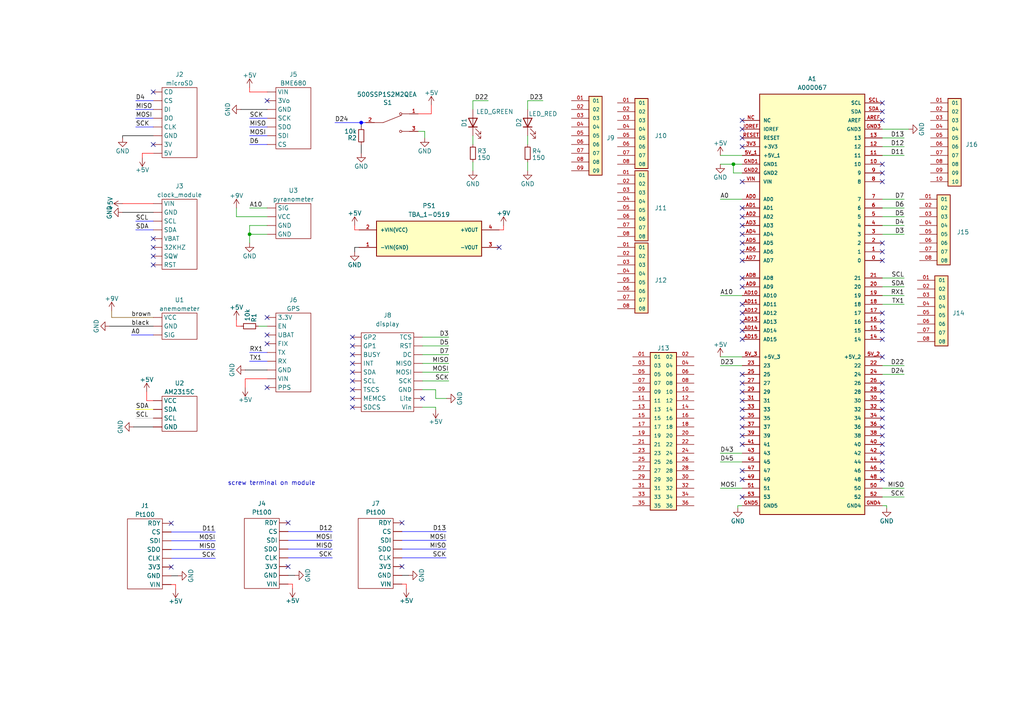
<source format=kicad_sch>
(kicad_sch (version 20230121) (generator eeschema)
  (paper "A4")
  (junction (at 72.39 67.945))
  (junction (at 212.725 47.625))
  (junction (at 104.775 35.56) (color 0 0 255 1))
  (no_connect (at 77.47 92.075))
  (no_connect (at 215.265 136.525))
  (no_connect (at 215.265 40.005))
  (no_connect (at 255.905 98.425))
  (no_connect (at 44.45 74.295))
  (no_connect (at 49.657 151.765))
  (no_connect (at 255.905 103.505))
  (no_connect (at 44.45 41.91))
  (no_connect (at 77.47 97.155))
  (no_connect (at 255.905 113.665))
  (no_connect (at 102.235 118.11))
  (no_connect (at 215.265 113.665))
  (no_connect (at 215.265 144.145))
  (no_connect (at 215.265 73.025))
  (no_connect (at 255.905 29.845))
  (no_connect (at 215.265 116.205))
  (no_connect (at 215.265 121.285))
  (no_connect (at 255.905 95.885))
  (no_connect (at 102.235 105.41))
  (no_connect (at 255.905 123.825))
  (no_connect (at 215.265 90.805))
  (no_connect (at 215.265 60.325))
  (no_connect (at 215.265 37.465))
  (no_connect (at 44.45 71.755))
  (no_connect (at 44.45 26.67))
  (no_connect (at 102.235 115.57))
  (no_connect (at 255.905 47.625))
  (no_connect (at 255.905 70.485))
  (no_connect (at 215.265 83.185))
  (no_connect (at 44.45 69.215))
  (no_connect (at 215.265 93.345))
  (no_connect (at 215.265 80.645))
  (no_connect (at 255.905 116.205))
  (no_connect (at 215.265 98.425))
  (no_connect (at 255.905 126.365))
  (no_connect (at 215.265 123.825))
  (no_connect (at 116.586 164.338))
  (no_connect (at 215.265 62.865))
  (no_connect (at 255.905 118.745))
  (no_connect (at 215.265 95.885))
  (no_connect (at 102.235 102.87))
  (no_connect (at 215.265 126.365))
  (no_connect (at 83.566 151.638))
  (no_connect (at 255.905 50.165))
  (no_connect (at 77.47 29.21))
  (no_connect (at 102.235 110.49))
  (no_connect (at 255.905 93.345))
  (no_connect (at 144.78 71.755))
  (no_connect (at 215.265 108.585))
  (no_connect (at 255.905 75.565))
  (no_connect (at 215.265 67.945))
  (no_connect (at 255.905 139.065))
  (no_connect (at 255.905 73.025))
  (no_connect (at 215.265 70.485))
  (no_connect (at 102.235 113.03))
  (no_connect (at 102.235 100.33))
  (no_connect (at 255.905 111.125))
  (no_connect (at 255.905 131.445))
  (no_connect (at 77.47 99.695))
  (no_connect (at 255.905 121.285))
  (no_connect (at 215.265 118.745))
  (no_connect (at 255.905 52.705))
  (no_connect (at 215.265 88.265))
  (no_connect (at 116.586 151.638))
  (no_connect (at 122.555 115.57))
  (no_connect (at 49.657 164.465))
  (no_connect (at 215.265 139.065))
  (no_connect (at 215.265 65.405))
  (no_connect (at 255.905 133.985))
  (no_connect (at 83.566 164.338))
  (no_connect (at 255.905 128.905))
  (no_connect (at 215.265 34.925))
  (no_connect (at 215.265 128.905))
  (no_connect (at 44.45 76.835))
  (no_connect (at 215.265 42.545))
  (no_connect (at 255.905 34.925))
  (no_connect (at 215.265 52.705))
  (no_connect (at 215.265 111.125))
  (no_connect (at 255.905 32.385))
  (no_connect (at 77.47 112.395))
  (no_connect (at 215.265 75.565))
  (no_connect (at 255.905 136.525))
  (no_connect (at 102.235 107.95))
  (no_connect (at 102.235 97.79))
  (no_connect (at 255.905 90.805))
  (wire (pts (xy 39.37 64.135) (xy 44.45 64.135)) (stroke (width 0) (color 0 0 255 1)))
  (wire (pts (xy 153.035 39.37) (xy 153.035 41.91)))
  (wire (pts (xy 116.586 166.878) (xy 118.491 166.878)) (stroke (width 0) (color 0 0 0 1)))
  (wire (pts (xy 83.566 161.798) (xy 96.393 161.798)) (stroke (width 0) (color 0 0 255 1)))
  (wire (pts (xy 255.905 146.685) (xy 257.175 146.685)))
  (wire (pts (xy 32.385 92.075) (xy 32.385 90.17)) (stroke (width 0) (color 128 77 0 1)))
  (wire (pts (xy 71.12 109.855) (xy 77.47 109.855)) (stroke (width 0) (color 255 0 0 1)))
  (wire (pts (xy 49.657 154.305) (xy 62.484 154.305)) (stroke (width 0) (color 0 0 255 1)))
  (wire (pts (xy 39.37 34.29) (xy 44.45 34.29)) (stroke (width 0) (color 0 0 255 1)))
  (wire (pts (xy 208.915 103.505) (xy 215.265 103.505)))
  (wire (pts (xy 104.775 44.45) (xy 104.775 41.91)) (stroke (width 0) (color 0 0 0 1)))
  (wire (pts (xy 77.47 67.945) (xy 72.39 67.945)))
  (wire (pts (xy 68.58 94.615) (xy 69.85 94.615)) (stroke (width 0) (color 255 0 0 1)))
  (wire (pts (xy 212.725 50.165) (xy 212.725 47.625)))
  (wire (pts (xy 42.545 113.665) (xy 42.545 116.205)) (stroke (width 0) (color 255 0 0 1)))
  (wire (pts (xy 71.12 109.855) (xy 71.12 112.395)) (stroke (width 0) (color 255 0 0 1)))
  (wire (pts (xy 72.39 67.945) (xy 72.39 70.485)))
  (wire (pts (xy 97.155 35.56) (xy 104.775 35.56)) (stroke (width 0) (color 0 0 255 1)))
  (wire (pts (xy 49.657 156.845) (xy 62.484 156.845)) (stroke (width 0) (color 0 0 255 1)))
  (wire (pts (xy 208.915 45.085) (xy 215.265 45.085)))
  (wire (pts (xy 208.915 133.985) (xy 215.265 133.985)))
  (wire (pts (xy 122.555 118.11) (xy 126.365 118.11)))
  (wire (pts (xy 68.58 62.865) (xy 68.58 60.325)))
  (wire (pts (xy 121.285 38.1) (xy 123.19 38.1)))
  (wire (pts (xy 213.995 147.32) (xy 213.995 146.685)))
  (wire (pts (xy 31.75 94.615) (xy 44.45 94.615)) (stroke (width 0) (color 0 0 0 1)))
  (wire (pts (xy 208.915 85.725) (xy 215.265 85.725)))
  (wire (pts (xy 72.39 104.775) (xy 77.47 104.775)) (stroke (width 0) (color 0 0 255 1)))
  (wire (pts (xy 121.285 33.02) (xy 125.095 33.02)) (stroke (width 0) (color 255 0 0 1)))
  (wire (pts (xy 255.905 57.785) (xy 262.255 57.785)))
  (wire (pts (xy 116.586 154.178) (xy 129.413 154.178)) (stroke (width 0) (color 0 0 255 1)))
  (wire (pts (xy 212.725 47.625) (xy 215.265 47.625)))
  (wire (pts (xy 72.39 26.67) (xy 72.39 25.4)) (stroke (width 0) (color 255 0 0 1)))
  (wire (pts (xy 84.836 169.418) (xy 83.566 169.418)) (stroke (width 0) (color 255 0 0 1)))
  (wire (pts (xy 122.555 100.33) (xy 130.175 100.33)))
  (wire (pts (xy 39.37 31.75) (xy 44.45 31.75)) (stroke (width 0) (color 0 0 255 1)))
  (wire (pts (xy 49.657 159.385) (xy 62.484 159.385)) (stroke (width 0) (color 0 0 255 1)))
  (wire (pts (xy 146.05 66.675) (xy 144.78 66.675)) (stroke (width 0) (color 255 0 0 1)))
  (wire (pts (xy 122.555 105.41) (xy 130.175 105.41)))
  (wire (pts (xy 41.275 44.45) (xy 41.275 45.72)) (stroke (width 0) (color 255 0 0 1)))
  (wire (pts (xy 102.87 66.675) (xy 104.14 66.675)) (stroke (width 0) (color 255 0 0 1)))
  (wire (pts (xy 153.035 29.21) (xy 153.035 31.75)))
  (wire (pts (xy 137.16 46.99) (xy 137.16 49.53)))
  (wire (pts (xy 74.93 94.615) (xy 77.47 94.615)))
  (wire (pts (xy 116.586 159.258) (xy 129.413 159.258)) (stroke (width 0) (color 0 0 255 1)))
  (wire (pts (xy 262.255 42.545) (xy 255.905 42.545)))
  (wire (pts (xy 126.365 115.57) (xy 129.54 115.57)))
  (wire (pts (xy 77.47 65.405) (xy 72.39 65.405)))
  (wire (pts (xy 38.1 97.155) (xy 44.45 97.155)) (stroke (width 0) (color 0 0 255 1)))
  (wire (pts (xy 125.095 33.02) (xy 125.095 30.48)) (stroke (width 0) (color 255 0 0 1)))
  (wire (pts (xy 262.255 108.585) (xy 255.905 108.585)))
  (wire (pts (xy 262.255 40.005) (xy 255.905 40.005)))
  (wire (pts (xy 208.915 47.625) (xy 212.725 47.625)))
  (wire (pts (xy 255.905 80.645) (xy 262.255 80.645)))
  (wire (pts (xy 83.566 166.878) (xy 85.471 166.878)) (stroke (width 0) (color 0 0 0 1)))
  (wire (pts (xy 255.905 62.865) (xy 262.255 62.865)))
  (wire (pts (xy 126.365 115.57) (xy 126.365 113.03)))
  (wire (pts (xy 117.856 169.418) (xy 117.856 170.688)) (stroke (width 0) (color 255 0 0 1)))
  (wire (pts (xy 50.927 169.545) (xy 50.927 170.815)) (stroke (width 0) (color 255 0 0 1)))
  (wire (pts (xy 208.915 57.785) (xy 215.265 57.785)))
  (wire (pts (xy 153.035 46.99) (xy 153.035 49.53)))
  (wire (pts (xy 213.995 146.685) (xy 215.265 146.685)))
  (wire (pts (xy 42.545 116.205) (xy 44.45 116.205)) (stroke (width 0) (color 255 0 0 1)))
  (wire (pts (xy 255.905 88.265) (xy 262.255 88.265)))
  (wire (pts (xy 69.85 31.75) (xy 77.47 31.75)) (stroke (width 0) (color 0 0 0 1)))
  (wire (pts (xy 72.39 102.235) (xy 77.47 102.235)) (stroke (width 0) (color 0 0 255 1)))
  (wire (pts (xy 137.16 29.21) (xy 137.16 31.75)))
  (wire (pts (xy 83.566 159.258) (xy 96.393 159.258)) (stroke (width 0) (color 0 0 255 1)))
  (wire (pts (xy 72.39 34.29) (xy 77.47 34.29)) (stroke (width 0) (color 0 0 255 1)))
  (wire (pts (xy 255.905 65.405) (xy 262.255 65.405)))
  (wire (pts (xy 102.87 71.755) (xy 104.14 71.755)) (stroke (width 0) (color 0 0 0 1)))
  (wire (pts (xy 39.37 121.285) (xy 44.45 121.285)) (stroke (width 0) (color 200 200 200 1)))
  (wire (pts (xy 122.555 97.79) (xy 130.175 97.79)))
  (wire (pts (xy 35.56 39.37) (xy 44.45 39.37)) (stroke (width 0) (color 0 0 0 1)))
  (wire (pts (xy 104.775 35.56) (xy 106.045 35.56)) (stroke (width 0) (color 0 0 255 1)))
  (wire (pts (xy 257.175 146.685) (xy 257.175 147.32)))
  (wire (pts (xy 38.735 123.825) (xy 44.45 123.825)) (stroke (width 0) (color 1 1 1 1)))
  (wire (pts (xy 208.915 141.605) (xy 215.265 141.605)))
  (wire (pts (xy 72.39 65.405) (xy 72.39 67.945)))
  (wire (pts (xy 255.905 85.725) (xy 262.255 85.725)))
  (wire (pts (xy 77.47 62.865) (xy 68.58 62.865)))
  (wire (pts (xy 49.657 167.005) (xy 51.562 167.005)) (stroke (width 0) (color 0 0 0 1)))
  (wire (pts (xy 72.39 39.37) (xy 77.47 39.37)) (stroke (width 0) (color 0 0 255 1)))
  (wire (pts (xy 39.37 29.21) (xy 44.45 29.21)) (stroke (width 0) (color 0 0 255 1)))
  (wire (pts (xy 35.56 61.595) (xy 44.45 61.595)) (stroke (width 0) (color 0 0 0 1)))
  (wire (pts (xy 262.255 67.945) (xy 255.905 67.945)))
  (wire (pts (xy 208.915 131.445) (xy 215.265 131.445)))
  (wire (pts (xy 126.365 113.03) (xy 122.555 113.03)))
  (wire (pts (xy 117.856 169.418) (xy 116.586 169.418)) (stroke (width 0) (color 255 0 0 1)))
  (wire (pts (xy 102.87 65.405) (xy 102.87 66.675)) (stroke (width 0) (color 255 0 0 1)))
  (wire (pts (xy 141.605 29.21) (xy 137.16 29.21)))
  (wire (pts (xy 255.905 144.145) (xy 262.255 144.145)))
  (wire (pts (xy 104.775 35.56) (xy 104.775 36.83)) (stroke (width 0) (color 0 0 0 1)))
  (wire (pts (xy 122.555 110.49) (xy 130.175 110.49)))
  (wire (pts (xy 35.56 39.37) (xy 35.56 40.005)) (stroke (width 0) (color 0 0 0 1)))
  (wire (pts (xy 83.566 154.178) (xy 96.393 154.178)) (stroke (width 0) (color 0 0 255 1)))
  (wire (pts (xy 255.905 141.605) (xy 262.255 141.605)))
  (wire (pts (xy 262.255 106.045) (xy 255.905 106.045)))
  (wire (pts (xy 68.58 94.615) (xy 68.58 92.71)) (stroke (width 0) (color 255 0 0 1)))
  (wire (pts (xy 262.255 45.085) (xy 255.905 45.085)))
  (wire (pts (xy 262.255 60.325) (xy 255.905 60.325)))
  (wire (pts (xy 208.915 106.045) (xy 215.265 106.045)))
  (wire (pts (xy 83.566 156.718) (xy 96.393 156.718)) (stroke (width 0) (color 0 0 255 1)))
  (wire (pts (xy 72.39 36.83) (xy 77.47 36.83)) (stroke (width 0) (color 0 0 255 1)))
  (wire (pts (xy 49.657 161.925) (xy 62.484 161.925)) (stroke (width 0) (color 0 0 255 1)))
  (wire (pts (xy 32.385 92.075) (xy 44.45 92.075)) (stroke (width 0) (color 128 77 0 1)))
  (wire (pts (xy 122.555 102.87) (xy 130.175 102.87)))
  (wire (pts (xy 255.905 37.465) (xy 263.525 37.465)))
  (wire (pts (xy 71.12 107.315) (xy 77.47 107.315)) (stroke (width 0) (color 0 0 0 1)))
  (wire (pts (xy 50.927 169.545) (xy 49.657 169.545)) (stroke (width 0) (color 255 0 0 1)))
  (wire (pts (xy 72.39 26.67) (xy 77.47 26.67)) (stroke (width 0) (color 255 0 0 1)))
  (wire (pts (xy 39.37 66.675) (xy 44.45 66.675)) (stroke (width 0) (color 0 0 255 1)))
  (wire (pts (xy 157.48 29.21) (xy 153.035 29.21)))
  (wire (pts (xy 72.39 41.91) (xy 77.47 41.91)) (stroke (width 0) (color 0 0 255 1)))
  (wire (pts (xy 102.87 73.025) (xy 102.87 71.755)) (stroke (width 0) (color 0 0 0 1)))
  (wire (pts (xy 39.37 118.745) (xy 44.45 118.745)) (stroke (width 0) (color 255 255 0 1)))
  (wire (pts (xy 41.275 44.45) (xy 44.45 44.45)) (stroke (width 0) (color 255 0 0 1)))
  (wire (pts (xy 215.265 50.165) (xy 212.725 50.165)))
  (wire (pts (xy 84.836 169.418) (xy 84.836 170.688)) (stroke (width 0) (color 255 0 0 1)))
  (wire (pts (xy 122.555 107.95) (xy 130.175 107.95)))
  (wire (pts (xy 116.586 161.798) (xy 129.413 161.798)) (stroke (width 0) (color 0 0 255 1)))
  (wire (pts (xy 137.16 39.37) (xy 137.16 41.91)))
  (wire (pts (xy 39.37 36.83) (xy 44.45 36.83)) (stroke (width 0) (color 0 0 255 1)))
  (wire (pts (xy 35.56 59.055) (xy 44.45 59.055)) (stroke (width 0) (color 255 0 0 1)))
  (wire (pts (xy 123.19 38.1) (xy 123.19 40.005)))
  (wire (pts (xy 255.905 83.185) (xy 262.255 83.185)))
  (wire (pts (xy 116.586 156.718) (xy 129.413 156.718)) (stroke (width 0) (color 0 0 255 1)))
  (wire (pts (xy 72.39 60.325) (xy 77.47 60.325)))
  (wire (pts (xy 146.05 65.405) (xy 146.05 66.675)) (stroke (width 0) (color 255 0 0 1)))
  (wire (pts (xy 126.365 118.11) (xy 126.365 118.745)))
  (text "screw terminal on module" (at 66.04 140.97 0) (effects (font (size 1.27 1.27)) (justify left bottom)))
  (label "A0" (at 208.915 57.785 0))
  (label "SCK" (at 62.484 161.925 180))
  (label "SCL" (at 39.37 64.135 0))
  (label "D12" (at 96.393 154.178 180))
  (label "SDA" (at 39.37 66.675 0))
  (label "D23" (at 157.48 29.21 180))
  (label "MOSI" (at 96.393 156.718 180))
  (label "D4" (at 262.255 65.405 180))
  (label "MOSI" (at 62.484 156.845 180))
  (label "RX1" (at 72.39 102.235 0))
  (label "MOSI" (at 39.37 34.29 0))
  (label "D5" (at 262.255 62.865 180))
  (label "D5" (at 130.175 100.33 180))
  (label "black" (at 38.1 94.615 0))
  (label "D23" (at 208.915 106.045 0))
  (label "D22" (at 141.605 29.21 180))
  (label "D22" (at 262.255 106.045 180))
  (label "MISO" (at 72.39 36.83 0))
  (label "A10" (at 208.915 85.725 0))
  (label "SCK" (at 262.255 144.145 180))
  (label "SDA" (at 262.255 83.185 180))
  (label "SCK" (at 129.413 161.798 180))
  (label "D7" (at 262.255 57.785 180))
  (label "MOSI" (at 129.413 156.718 180))
  (label "D11" (at 62.484 154.305 180))
  (label "D6" (at 72.39 41.91 0))
  (label "D3" (at 262.255 67.945 180))
  (label "MOSI" (at 208.915 141.605 0))
  (label "SCK" (at 39.37 36.83 0))
  (label "D3" (at 130.175 97.79 180))
  (label "D45" (at 208.915 133.985 0))
  (label "MISO" (at 62.484 159.385 180))
  (label "TX1" (at 262.255 88.265 180))
  (label "D24" (at 262.255 108.585 180))
  (label "MISO" (at 262.255 141.605 180))
  (label "SCL" (at 262.255 80.645 180))
  (label "brown" (at 38.1 92.075 0))
  (label "D24" (at 97.155 35.56 0))
  (label "SCL" (at 39.37 121.285 0))
  (label "SCK" (at 96.393 161.798 180))
  (label "D13" (at 129.413 154.178 180))
  (label "D6" (at 262.255 60.325 180))
  (label "MISO" (at 129.413 159.258 180))
  (label "A0" (at 38.1 97.155 0))
  (label "D11" (at 262.255 45.085 180))
  (label "MOSI" (at 72.39 39.37 0))
  (label "D12" (at 262.255 42.545 180))
  (label "A10" (at 72.39 60.325 0))
  (label "MOSI" (at 130.175 107.95 180))
  (label "SCK" (at 130.175 110.49 180))
  (label "SCK" (at 72.39 34.29 0))
  (label "D4" (at 39.37 29.21 0))
  (label "D7" (at 130.175 102.87 180))
  (label "D43" (at 208.915 131.445 0))
  (label "MISO" (at 130.175 105.41 180))
  (label "D13" (at 262.255 40.005 180))
  (label "TX1" (at 72.39 104.775 0))
  (label "MISO" (at 39.37 31.75 0))
  (label "SDA" (at 39.37 118.745 0))
  (label "MISO" (at 96.393 159.258 180))
  (label "RX1" (at 262.255 85.725 180))
  (symbol (lib_id "custom_components:display") (at 112.395 107.95 0) (unit 1)
    (property "Reference" "J8" (at 112.395 91.44 0))
    (property "Value" "display" (at 112.395 93.98 0))
    (property "Footprint" "custom_components:display" (effects hide))
    (property "Description" "CONN RCPT 9POS 0.1 GOLD PCB" (effects hide))
    (property "Manufacturer" "Samtec Inc." (effects hide))
    (property "MPN" "SSQ-109-01-G-S" (effects hide))
    (property "Supplier" "Digi-Key" (effects hide))
    (property "SPN" "SAM1180-09-ND" (effects hide))
  )
  (symbol (lib_id "power:+5V") (at 50.927 170.815 0) (mirror x) (unit 1)
    (property "Reference" "#PWR09" (effects hide))
    (property "Value" "+5V" (at 50.927 174.371 0))
  )
  (symbol (lib_id "SSQ-108-01-G-S:SSQ-108-01-G-S") (at 271.78 65.405 0) (unit 1) (on_board no)
    (property "Reference" "J15" (at 277.495 67.31 0) (effects (justify left)))
    (property "Value" "SSQ-108-01-G-S" (effects hide))
    (property "Footprint" "SSQ-108-01-G-S:SAMTEC_SSQ-108-01-G-S" (effects hide))
    (property "Description" "CONN RCPT 8POS 0.1 GOLD PCB" (effects hide))
    (property "Manufacturer" "Samtec Inc." (effects hide))
    (property "MPN" "SSQ-108-01-G-S" (effects hide))
    (property "Supplier" "Digi-Key" (effects hide))
    (property "SPN" "SAM1180-08-ND" (effects hide))
  )
  (symbol (lib_id "power:GND") (at 72.39 70.485 0) (mirror y) (unit 1)
    (property "Reference" "#PWR017" (effects hide))
    (property "Value" "GND" (at 72.39 74.295 0))
  )
  (symbol (lib_id "power:GND") (at 69.85 31.75 270) (unit 1)
    (property "Reference" "#PWR013" (effects hide))
    (property "Value" "GND" (at 66.04 31.75 0))
  )
  (symbol (lib_id "power:GND") (at 85.471 166.878 90) (mirror x) (unit 1)
    (property "Reference" "#PWR019" (effects hide))
    (property "Value" "GND" (at 89.281 166.878 0))
  )
  (symbol (lib_id "power:GND") (at 257.175 147.32 0) (unit 1)
    (property "Reference" "#PWR036" (effects hide))
    (property "Value" "GND" (at 257.175 151.13 0))
  )
  (symbol (lib_id "power:GND") (at 123.19 40.005 0) (unit 1)
    (property "Reference" "#PWR026" (effects hide))
    (property "Value" "GND" (at 123.19 43.815 0))
  )
  (symbol (lib_id "power:+9V") (at 146.05 65.405 0) (unit 1)
    (property "Reference" "#PWR030" (effects hide))
    (property "Value" "+9V" (at 146.05 61.849 0))
  )
  (symbol (lib_id "custom_components:AM2315") (at 52.07 120.015 0) (unit 1)
    (property "Reference" "U2" (at 52.07 111.125 0))
    (property "Value" "AM2315C" (at 52.07 113.665 0))
    (property "Footprint" "custom_components:screw_terminal_4pin" (effects hide))
    (property "Description" "TERM BLK 4POS SIDE ENTRY 5MM PCB" (effects hide))
    (property "Manufacturer" "Molex" (effects hide))
    (property "MPN" "0395430004" (effects hide))
    (property "Supplier" "Digi-Key" (effects hide))
    (property "SPN" "WM13967-ND" (effects hide))
  )
  (symbol (lib_id "power:GND") (at 35.56 40.005 0) (unit 1)
    (property "Reference" "#PWR03" (effects hide))
    (property "Value" "GND" (at 35.56 43.815 0))
  )
  (symbol (lib_id "power:+5V") (at 41.275 45.72 180) (unit 1)
    (property "Reference" "#PWR07" (effects hide))
    (property "Value" "+5V" (at 41.275 49.276 0))
  )
  (symbol (lib_id "power:GND") (at 104.775 44.45 0) (unit 1)
    (property "Reference" "#PWR022" (effects hide))
    (property "Value" "GND" (at 104.775 48.26 0))
  )
  (symbol (lib_id "power:+5V") (at 102.87 65.405 0) (unit 1)
    (property "Reference" "#PWR020" (effects hide))
    (property "Value" "+5V" (at 102.87 61.849 0))
  )
  (symbol (lib_id "Device:R_Small") (at 104.775 39.37 180) (unit 1)
    (property "Reference" "R2" (at 103.505 40.005 0) (effects (justify left)))
    (property "Value" "10k" (at 103.505 38.1 0) (effects (justify left)))
    (property "Footprint" "Resistor_SMD:R_1206_3216Metric_Pad1.30x1.75mm_HandSolder" (effects hide))
    (property "Description" "SMD Chip Resistor, 10 kohm, ± 1%, 250 mW, 1206 [3216 Metric], Thick Film, General Purpose" (effects hide))
    (property "Manufacturer" "/" (effects hide))
    (property "MPN" "/" (effects hide))
    (property "Supplier" "Eurocircuits" (effects hide))
    (property "SPN" "GPR120610K" (effects hide))
    (property "Component package type" "R_1206" (effects hide))
  )
  (symbol (lib_id "power:+5V") (at 117.856 170.688 0) (mirror x) (unit 1)
    (property "Reference" "#PWR023" (effects hide))
    (property "Value" "+5V" (at 117.856 174.244 0))
  )
  (symbol (lib_id "power:+9V") (at 68.58 60.325 0) (unit 1)
    (property "Reference" "#PWR011" (effects hide))
    (property "Value" "+9V" (at 68.58 56.769 0))
  )
  (symbol (lib_id "Device:LED") (at 153.035 35.56 90) (unit 1)
    (property "Reference" "D2" (at 150.495 35.56 0))
    (property "Value" "LED_RED" (at 157.48 33.02 90))
    (property "Footprint" "LED_SMD:LED_1206_3216Metric_Pad1.42x1.75mm_HandSolder" (effects hide))
    (property "Description" "Red LED" (effects hide))
    (property "Manufacturer" "Everlight Electronics Co Ltd" (effects hide))
    (property "MPN" "QTLP650D2TR" (effects hide))
    (property "Supplier" "Digi-Key" (effects hide))
    (property "SPN" "1080-1417-2-ND" (effects hide))
    (property "Component package type" "1206" (effects hide))
  )
  (symbol (lib_id "power:+5V") (at 42.545 113.665 0) (unit 1)
    (property "Reference" "#PWR08" (effects hide))
    (property "Value" "+5V" (at 42.545 110.109 0))
  )
  (symbol (lib_id "power:+5V") (at 125.095 30.48 0) (unit 1)
    (property "Reference" "#PWR027" (effects hide))
    (property "Value" "+5V" (at 125.095 26.924 0))
  )
  (symbol (lib_id "power:+5V") (at 208.915 103.505 0) (unit 1)
    (property "Reference" "#PWR034" (effects hide))
    (property "Value" "+5V" (at 208.915 99.949 0))
  )
  (symbol (lib_id "Device:R_Small") (at 72.39 94.615 270) (unit 1)
    (property "Reference" "R1" (at 73.66 90.805 0) (effects (justify left)))
    (property "Value" "10k" (at 71.755 89.535 0) (effects (justify left)))
    (property "Footprint" "Resistor_SMD:R_1206_3216Metric_Pad1.30x1.75mm_HandSolder" (effects hide))
    (property "Description" "SMD Chip Resistor, 10 kohm, ± 1%, 250 mW, 1206 [3216 Metric], Thick Film, General Purpose" (effects hide))
    (property "Manufacturer" "/" (effects hide))
    (property "MPN" "/" (effects hide))
    (property "Supplier" "Eurocircuits" (effects hide))
    (property "SPN" "GPR120610K" (effects hide))
    (property "Component package type" "R_1206" (effects hide))
  )
  (symbol (lib_id "power:GND") (at 38.735 123.825 270) (unit 1)
    (property "Reference" "#PWR06" (effects hide))
    (property "Value" "GND" (at 34.925 123.825 0))
  )
  (symbol (lib_id "power:+5V") (at 84.836 170.688 0) (mirror x) (unit 1)
    (property "Reference" "#PWR018" (effects hide))
    (property "Value" "+5V" (at 84.836 174.244 0))
  )
  (symbol (lib_id "custom_components:microSD") (at 52.07 35.56 0) (unit 1)
    (property "Reference" "J2" (at 52.07 21.59 0))
    (property "Value" "microSD" (at 52.07 24.13 0))
    (property "Footprint" "custom_components:microSD" (effects hide))
    (property "Description" "CONN RCPT 8POS 0.1 GOLD PCB" (effects hide))
    (property "Manufacturer" "Samtec Inc." (effects hide))
    (property "MPN" "SSQ-108-01-G-S" (effects hide))
    (property "Supplier" "Digi-Key" (effects hide))
    (property "SPN" "SAM1180-08-ND" (effects hide))
  )
  (symbol (lib_id "SSQ-108-01-G-S:SSQ-108-01-G-S") (at 184.15 79.375 0) (unit 1) (on_board no)
    (property "Reference" "J12" (at 189.865 81.28 0) (effects (justify left)))
    (property "Value" "SSQ-108-01-G-S" (effects hide))
    (property "Footprint" "SSQ-108-01-G-S:SAMTEC_SSQ-108-01-G-S" (effects hide))
    (property "Description" "CONN RCPT 8POS 0.1 GOLD PCB" (effects hide))
    (property "Manufacturer" "Samtec Inc." (effects hide))
    (property "MPN" "SSQ-108-01-G-S" (effects hide))
    (property "Supplier" "Digi-Key" (effects hide))
    (property "SPN" "SAM1180-08-ND" (effects hide))
  )
  (symbol (lib_id "SSQ-108-01-G-S:SSQ-108-01-G-S") (at 184.15 37.465 0) (unit 1) (on_board no)
    (property "Reference" "J10" (at 189.865 39.37 0) (effects (justify left)))
    (property "Value" "SSQ-108-01-G-S" (effects hide))
    (property "Footprint" "SSQ-108-01-G-S:SAMTEC_SSQ-108-01-G-S" (effects hide))
    (property "Description" "CONN RCPT 8POS 0.1 GOLD PCB" (effects hide))
    (property "Manufacturer" "Samtec Inc." (effects hide))
    (property "MPN" "SSQ-108-01-G-S" (effects hide))
    (property "Supplier" "Digi-Key" (effects hide))
    (property "SPN" "SAM1180-08-ND" (effects hide))
  )
  (symbol (lib_id "power:+5V") (at 68.58 92.71 0) (unit 1)
    (property "Reference" "#PWR012" (effects hide))
    (property "Value" "+5V" (at 68.58 89.154 0))
  )
  (symbol (lib_id "power:GND") (at 118.491 166.878 90) (mirror x) (unit 1)
    (property "Reference" "#PWR024" (effects hide))
    (property "Value" "GND" (at 122.301 166.878 0))
  )
  (symbol (lib_id "Device:R_Small") (at 153.035 44.45 0) (unit 1)
    (property "Reference" "R4" (at 154.305 43.815 0) (effects (justify left)))
    (property "Value" "150" (at 154.305 45.72 0) (effects (justify left)))
    (property "Footprint" "Resistor_SMD:R_1206_3216Metric_Pad1.30x1.75mm_HandSolder" (effects hide))
    (property "Description" "SMD Chip Resistor, 150 ohm, ± 1%, 250 mW, 1206 [3216 Metric], Thick Film, General Purpose" (effects hide))
    (property "Manufacturer" "/" (effects hide))
    (property "MPN" "/" (effects hide))
    (property "Supplier" "Eurocircuits" (effects hide))
    (property "SPN" "GPR1206150R" (effects hide))
    (property "Component package type" "R_1206" (effects hide))
  )
  (symbol (lib_id "power:GND") (at 35.56 61.595 270) (unit 1)
    (property "Reference" "#PWR05" (effects hide))
    (property "Value" "GND" (at 31.75 61.595 0))
  )
  (symbol (lib_id "power:+5V") (at 35.56 59.055 90) (unit 1)
    (property "Reference" "#PWR04" (effects hide))
    (property "Value" "+5V" (at 32.004 59.055 0))
  )
  (symbol (lib_id "power:GND") (at 129.54 115.57 90) (mirror x) (unit 1)
    (property "Reference" "#PWR028" (effects hide))
    (property "Value" "GND" (at 133.35 115.57 0))
  )
  (symbol (lib_id "power:GND") (at 51.562 167.005 90) (mirror x) (unit 1)
    (property "Reference" "#PWR010" (effects hide))
    (property "Value" "GND" (at 55.372 167.005 0))
  )
  (symbol (lib_id "SSQ-118-01-G-D:SSQ-118-01-G-D") (at 192.405 126.365 0) (unit 1) (on_board no)
    (property "Reference" "J13" (at 192.405 100.965 0))
    (property "Value" "SSQ-118-01-G-D" (effects hide))
    (property "Footprint" "SAMTEC_SSQ-118-01-G-D" (effects hide))
    (property "Description" "CONN RCPT 36POS 0.1 GOLD PCB" (effects hide))
    (property "Manufacturer" "Samtec Inc." (effects hide))
    (property "MPN" "SSQ-118-01-G-D" (effects hide))
    (property "Supplier" "Digi-Key" (effects hide))
    (property "SPN" "SAM1179-18-ND" (effects hide))
  )
  (symbol (lib_id "custom_components:Pt100") (at 75.946 160.528 0) (unit 1)
    (property "Reference" "J4" (at 75.946 146.05 0))
    (property "Value" "Pt100" (at 75.946 148.59 0))
    (property "Footprint" "custom_components:Pt100" (effects hide))
    (property "Description" "CONN RCPT 8POS 0.1 GOLD PCB" (effects hide))
    (property "Manufacturer" "Samtec Inc." (effects hide))
    (property "MPN" "SSQ-108-01-G-S" (effects hide))
    (property "Supplier" "Digi-Key" (effects hide))
    (property "SPN" "SAM1180-08-ND" (effects hide))
  )
  (symbol (lib_id "power:GND") (at 153.035 49.53 0) (unit 1)
    (property "Reference" "#PWR031" (effects hide))
    (property "Value" "GND" (at 153.035 53.34 0))
  )
  (symbol (lib_id "power:GND") (at 71.12 107.315 270) (unit 1)
    (property "Reference" "#PWR014" (effects hide))
    (property "Value" "GND" (at 67.31 107.315 0))
  )
  (symbol (lib_id "power:GND") (at 263.525 37.465 90) (unit 1)
    (property "Reference" "#PWR037" (effects hide))
    (property "Value" "GND" (at 267.335 37.465 0))
  )
  (symbol (lib_id "SSQ-108-01-G-S:SSQ-108-01-G-S") (at 184.15 58.42 0) (unit 1) (on_board no)
    (property "Reference" "J11" (at 189.865 60.325 0) (effects (justify left)))
    (property "Value" "SSQ-108-01-G-S" (effects hide))
    (property "Footprint" "SSQ-108-01-G-S:SAMTEC_SSQ-108-01-G-S" (effects hide))
    (property "Description" "CONN RCPT 8POS 0.1 GOLD PCB" (effects hide))
    (property "Manufacturer" "Samtec Inc." (effects hide))
    (property "MPN" "SSQ-108-01-G-S" (effects hide))
    (property "Supplier" "Digi-Key" (effects hide))
    (property "SPN" "SAM1180-08-ND" (effects hide))
  )
  (symbol (lib_id "power:GND") (at 213.995 147.32 0) (unit 1)
    (property "Reference" "#PWR035" (effects hide))
    (property "Value" "GND" (at 213.995 151.13 0))
  )
  (symbol (lib_id "Device:LED") (at 137.16 35.56 90) (unit 1)
    (property "Reference" "D1" (at 134.62 35.56 0))
    (property "Value" "LED_GREEN" (at 143.51 32.385 90))
    (property "Footprint" "LED_SMD:LED_1206_3216Metric_Pad1.42x1.75mm_HandSolder" (effects hide))
    (property "Description" "Green LED" (effects hide))
    (property "Manufacturer" "Würth Elektronik" (effects hide))
    (property "MPN" "150120VS75000" (effects hide))
    (property "Supplier" "Digi-Key" (effects hide))
    (property "SPN" "732-4993-1-ND" (effects hide))
    (property "Component package type" "1206" (effects hide))
  )
  (symbol (lib_id "custom_components:pyranometer") (at 85.09 64.135 0) (unit 1)
    (property "Reference" "U3" (at 85.09 55.245 0))
    (property "Value" "pyranometer" (at 85.09 57.785 0))
    (property "Footprint" "custom_components:screw_terminal_4pin" (effects hide))
    (property "Description" "TERM BLK 4POS SIDE ENTRY 5MM PCB" (effects hide))
    (property "Manufacturer" "Molex" (effects hide))
    (property "MPN" "0395430004" (effects hide))
    (property "Supplier" "Digi-Key" (effects hide))
    (property "SPN" "WM13967-ND" (effects hide))
  )
  (symbol (lib_id "custom_components:Pt100") (at 42.037 160.655 0) (unit 1)
    (property "Reference" "J1" (at 42.037 146.685 0))
    (property "Value" "Pt100" (at 42.037 149.225 0))
    (property "Footprint" "custom_components:Pt100" (effects hide))
    (property "Description" "CONN RCPT 8POS 0.1 GOLD PCB" (effects hide))
    (property "Manufacturer" "Samtec Inc." (effects hide))
    (property "MPN" "SSQ-108-01-G-S" (effects hide))
    (property "Supplier" "Digi-Key" (effects hide))
    (property "SPN" "SAM1180-08-ND" (effects hide))
  )
  (symbol (lib_id "power:+5V") (at 71.12 112.395 180) (unit 1)
    (property "Reference" "#PWR015" (effects hide))
    (property "Value" "+5V" (at 71.12 115.951 0))
  )
  (symbol (lib_id "power:+9V") (at 32.385 90.17 0) (unit 1)
    (property "Reference" "#PWR02" (effects hide))
    (property "Value" "+9V" (at 32.385 86.614 0))
  )
  (symbol (lib_id "power:GND") (at 31.75 94.615 270) (unit 1)
    (property "Reference" "#PWR01" (effects hide))
    (property "Value" "GND" (at 27.94 94.615 0))
  )
  (symbol (lib_id "power:+5V") (at 72.39 25.4 0) (unit 1)
    (property "Reference" "#PWR016" (effects hide))
    (property "Value" "+5V" (at 72.39 21.844 0))
  )
  (symbol (lib_id "power:GND") (at 208.915 47.625 0) (unit 1)
    (property "Reference" "#PWR033" (effects hide))
    (property "Value" "GND" (at 208.915 51.435 0))
  )
  (symbol (lib_id "custom_components:Pt100") (at 108.966 160.528 0) (unit 1)
    (property "Reference" "J7" (at 108.966 146.05 0))
    (property "Value" "Pt100" (at 108.966 148.59 0))
    (property "Footprint" "custom_components:Pt100" (effects hide))
    (property "Description" "CONN RCPT 8POS 0.1 GOLD PCB" (effects hide))
    (property "Manufacturer" "Samtec Inc." (effects hide))
    (property "MPN" "SSQ-108-01-G-S" (effects hide))
    (property "Supplier" "Digi-Key" (effects hide))
    (property "SPN" "SAM1180-08-ND" (effects hide))
  )
  (symbol (lib_id "Device:R_Small") (at 137.16 44.45 0) (unit 1)
    (property "Reference" "R3" (at 138.43 43.815 0) (effects (justify left)))
    (property "Value" "150" (at 138.43 45.72 0) (effects (justify left)))
    (property "Footprint" "Resistor_SMD:R_1206_3216Metric_Pad1.30x1.75mm_HandSolder" (effects hide))
    (property "Description" "SMD Chip Resistor, 150 ohm, ± 1%, 250 mW, 1206 [3216 Metric], Thick Film, General Purpose" (effects hide))
    (property "Manufacturer" "/" (effects hide))
    (property "MPN" "/" (effects hide))
    (property "Supplier" "Eurocircuits" (effects hide))
    (property "SPN" "GPR1206150R" (effects hide))
    (property "Component package type" "R_1206" (effects hide))
  )
  (symbol (lib_id "SSQ-110-01-G-S:SSQ-110-01-G-S") (at 274.955 42.545 0) (unit 1) (on_board no)
    (property "Reference" "J16" (at 280.035 41.91 0) (effects (justify left)))
    (property "Value" "SSQ-110-01-G-S" (effects hide))
    (property "Footprint" "SAMTEC_SSQ-110-01-G-S" (effects hide))
    (property "Description" "CONN RCPT 10POS 0.1 GOLD PCB" (effects hide))
    (property "Manufacturer" "Samtec Inc." (effects hide))
    (property "MPN" "SSQ-110-01-G-S" (effects hide))
    (property "Supplier" "Digi-Key" (effects hide))
    (property "SPN" "SAM1180-10-ND" (effects hide))
  )
  (symbol (lib_id "custom_components:anemometer") (at 52.07 94.615 0) (unit 1)
    (property "Reference" "U1" (at 52.07 86.995 0))
    (property "Value" "anemometer" (at 52.07 89.535 0))
    (property "Footprint" "custom_components:screw_terminal_3pin" (effects hide))
    (property "Description" "TERM BLK 3POS SIDE ENTRY 5MM PCB" (effects hide))
    (property "Manufacturer" "Molex" (effects hide))
    (property "MPN" "0395430003" (effects hide))
    (property "Supplier" "Digi-Key" (effects hide))
    (property "SPN" "WM9752-ND" (effects hide))
  )
  (symbol (lib_id "SSQ-109-01-G-S:SSQ-109-01-G-S") (at 170.815 39.37 0) (unit 1) (on_board no)
    (property "Reference" "J9" (at 175.895 40.005 0) (effects (justify left)))
    (property "Value" "SSQ-109-01-G-S" (effects hide))
    (property "Footprint" "SAMTEC_SSQ-109-01-G-S" (effects hide))
    (property "Description" "CONN RCPT 9POS 0.1 GOLD PCB" (effects hide))
    (property "Manufacturer" "Samtec Inc." (effects hide))
    (property "MPN" "SSQ-109-01-G-S" (effects hide))
    (property "Supplier" "Digi-Key" (effects hide))
    (property "SPN" "SAM1180-09-ND" (effects hide))
  )
  (symbol (lib_id "A000067:A000067") (at 235.585 88.265 0) (unit 1) (in_bom no)
    (property "Reference" "A1" (at 235.585 22.86 0))
    (property "Value" "A000067" (at 235.585 25.4 0))
    (property "Footprint" "A000067:ARDUINO_A000067" (effects hide))
    (property "MF" "Arduino" (effects hide))
    (property "DESCRIPTION" "Dev.kit: Arduino; SPI, TWI, UART; ICSP, USB B, pin strips, supply" (effects hide))
    (property "PACKAGE" "None" (effects hide))
    (property "PRICE" "None" (effects hide))
    (property "MP" "ARDUINO MEGA2560 REV3 - RETAIL" (effects hide))
    (property "AVAILABILITY" "Unavailable" (effects hide))
  )
  (symbol (lib_id "custom_components:BME680") (at 85.09 34.29 0) (unit 1)
    (property "Reference" "J5" (at 85.09 21.59 0))
    (property "Value" "BME680" (at 85.09 24.13 0))
    (property "Footprint" "custom_components:BME680" (effects hide))
    (property "Description" "CONN RCPT 7POS 0.1 GOLD PCB" (effects hide))
    (property "Manufacturer" "Samtec Inc." (effects hide))
    (property "MPN" "SSQ-107-01-G-S" (effects hide))
    (property "Supplier" "Digi-Key" (effects hide))
    (property "SPN" "SAM1180-07-ND" (effects hide))
  )
  (symbol (lib_id "power:+5V") (at 126.365 118.745 0) (mirror x) (unit 1)
    (property "Reference" "#PWR025" (effects hide))
    (property "Value" "+5V" (at 126.365 122.301 0))
  )
  (symbol (lib_id "500SSP1S2M2QEA:500SSP1S2M2QEA") (at 113.665 35.56 0) (unit 1)
    (property "Reference" "S1" (at 111.125 30.48 0) (effects (justify left bottom)))
    (property "Value" "500SSP1S2M2QEA" (at 103.505 26.67 0) (effects (justify left top)))
    (property "Footprint" "500SSP1S2M2QEA:SW_500SSP1S2M2QEA" (effects hide))
    (property "Description" "Slide Switch" (effects hide))
    (property "Manufacturer" "E-switch" (effects hide))
    (property "MPN" "500SSP1S2M2QEA" (effects hide))
    (property "Supplier" "Digi-Key" (effects hide))
    (property "SPN" "EG5137-ND" (effects hide))
  )
  (symbol (lib_id "custom_components:GPS") (at 85.09 102.235 0) (unit 1)
    (property "Reference" "J6" (at 85.09 86.995 0))
    (property "Value" "GPS" (at 85.09 89.535 0))
    (property "Footprint" "custom_components:GPS" (effects hide))
    (property "Description" "CONN RCPT 9POS 0.1 GOLD PCB" (effects hide))
    (property "Manufacturer" "Samtec Inc." (effects hide))
    (property "MPN" "SSQ-109-01-G-S" (effects hide))
    (property "Supplier" "Digi-Key" (effects hide))
    (property "SPN" "SAM1180-09-ND" (effects hide))
  )
  (symbol (lib_id "power:GND") (at 102.87 73.025 0) (unit 1)
    (property "Reference" "#PWR021" (effects hide))
    (property "Value" "GND" (at 102.87 76.835 0))
  )
  (symbol (lib_id "custom_components:clock_module") (at 52.07 67.945 0) (unit 1)
    (property "Reference" "J3" (at 52.07 53.975 0))
    (property "Value" "clock_module" (at 52.07 56.515 0))
    (property "Footprint" "custom_components:clock_module" (effects hide))
    (property "Description" "CONN RCPT 8POS 0.1 GOLD PCB" (effects hide))
    (property "Manufacturer" "Samtec Inc." (effects hide))
    (property "MPN" "SSQ-108-01-G-S" (effects hide))
    (property "Supplier" "Digi-Key" (effects hide))
    (property "SPN" "SAM1180-08-ND" (effects hide))
  )
  (symbol (lib_id "SSQ-108-01-G-S:SSQ-108-01-G-S") (at 271.145 88.9 0) (unit 1) (on_board no)
    (property "Reference" "J14" (at 276.225 90.805 0) (effects (justify left)))
    (property "Value" "SSQ-108-01-G-S" (effects hide))
    (property "Footprint" "SSQ-108-01-G-S:SAMTEC_SSQ-108-01-G-S" (effects hide))
    (property "Description" "CONN RCPT 8POS 0.1 GOLD PCB" (effects hide))
    (property "Manufacturer" "Samtec Inc." (effects hide))
    (property "MPN" "SSQ-108-01-G-S" (effects hide))
    (property "Supplier" "Digi-Key" (effects hide))
    (property "SPN" "SAM1180-08-ND" (effects hide))
  )
  (symbol (lib_id "TBA_1-0519:TBA_1-0519") (at 124.46 69.215 0) (unit 1)
    (property "Reference" "PS1" (at 124.46 59.69 0))
    (property "Value" "TBA_1-0519" (at 124.46 62.23 0))
    (property "Footprint" "TBA_1-0519:CONV_TBA_1-0519" (effects hide))
    (property "Description" "DC DC CONVERTER 9V 990MW" (effects hide))
    (property "Manufacturer" "Traco Power" (effects hide))
    (property "MPN" "TBA 1-0519" (effects hide))
    (property "Supplier" "Digi-Key" (effects hide))
    (property "SPN" "1951-3372-ND" (effects hide))
  )
  (symbol (lib_id "power:+5V") (at 208.915 45.085 0) (unit 1)
    (property "Reference" "#PWR032" (effects hide))
    (property "Value" "+5V" (at 208.915 41.529 0))
  )
  (symbol (lib_id "power:GND") (at 137.16 49.53 0) (unit 1)
    (property "Reference" "#PWR029" (effects hide))
    (property "Value" "GND" (at 137.16 53.34 0))
  )
)
</source>
